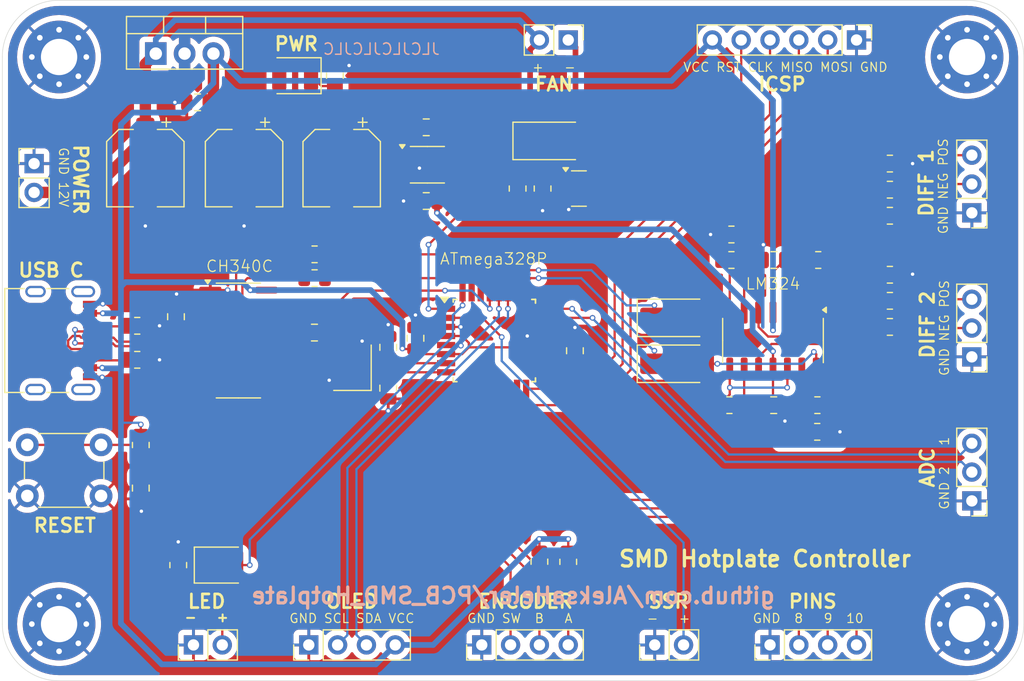
<source format=kicad_pcb>
(kicad_pcb (version 20240108) (generator "pcbnew") (generator_version "8.0")
  (layers (0 "F.Cu" signal) (31 "B.Cu" signal) (34 "B.Paste" user) (35 "F.Paste" user) (36 "B.SilkS" user "B.Silkscreen") (37 "F.SilkS" user "F.Silkscreen") (38 "B.Mask" user) (39 "F.Mask" user) (44 "Edge.Cuts" user))
  (net 0 "")
  (net 1 "GND")
  (net 2 "Net-(U2-V3)")
  (net 3 "+12V")
  (net 4 "+5V")
  (net 5 "Net-(U2-~{DTR})")
  (net 6 "RST_UC")
  (net 7 "-5V")
  (net 8 "Net-(U3-CAP+)")
  (net 9 "Net-(U3-CAP-)")
  (net 10 "XTAL1_UC")
  (net 11 "XTAL2_UC")
  (net 12 "FAN_N")
  (net 13 "Net-(D2-K)")
  (net 14 "LED_OUT")
  (net 15 "Net-(D3-K)")
  (net 16 "Net-(J2-CC1)")
  (net 17 "/USB_D-")
  (net 18 "Net-(J2-CC2)")
  (net 22 "/USB_D+")
  (net 26 "ADC_IN_01")
  (net 27 "ADC_IN_02")
  (net 28 "I2C_SDA_UC")
  (net 29 "I2C_SCL_UC")
  (net 30 "ENCODER_B")
  (net 31 "ENCODER_A")
  (net 32 "ENCODER_SW")
  (net 33 "SSR_UC")
  (net 34 "SPI_SCLK_UC")
  (net 35 "SPI_MOSI_UC")
  (net 36 "SPI_MISO_UC")
  (net 37 "DIFF_OPAMP_01-")
  (net 38 "DIFF_OPAMP_01+")
  (net 39 "DIFF_OPAMP_02+")
  (net 40 "DIFF_OPAMP_02-")
  (net 41 "PIN_09_UC")
  (net 42 "PIN_08_UC")
  (net 43 "PIN_10_UC")
  (net 44 "Net-(Q1-G)")
  (net 45 "Net-(U2-TXD)")
  (net 46 "RXD_UC")
  (net 47 "Net-(U2-RXD)")
  (net 48 "TXD_UC")
  (net 49 "FAN_OUT")
  (net 50 "Net-(U4A-+)")
  (net 51 "Net-(U4A--)")
  (net 52 "Net-(U4B-+)")
  (net 53 "Net-(U4B--)")
  (net 54 "DIFF_IN_01")
  (net 55 "Net-(U4C-+)")
  (net 56 "Net-(U4C--)")
  (net 57 "Net-(U4D-+)")
  (net 58 "Net-(U4D--)")
  (net 59 "DIFF_IN_02")
  (net 73 "Net-(D4-A)")
  (net 74 "Net-(D5-A)")
  (footprint "Package_SO:SOIC-16_3.9x9.9mm_P1.27mm" (layer "F.Cu") (at 120.8 90)
    (property "Reference" "U2" (hide yes))
    (property "Value" "CH340C" (hide yes))
  )
  (footprint "Capacitor_SMD:CP_Elec_6.3x7.7" (layer "F.Cu") (at 129.9 74.8 -90)
    (property "Reference" "C8" (hide yes))
    (property "Value" "10u" (hide yes))
  )
  (footprint "Connector_PinHeader_2.54mm:PinHeader_1x02_P2.54mm_Vertical" (layer "F.Cu") (at 149.86 63.5 -90)
    (property "Reference" "J5" (hide yes))
    (property "Value" "CONN_FAN" (hide yes))
  )
  (footprint "Capacitor_SMD:CP_Elec_6.3x7.7" (layer "F.Cu") (at 112.6 74.8 -90)
    (property "Reference" "C2" (hide yes))
    (property "Value" "10u" (hide yes))
  )
  (footprint "MountingHole:MountingHole_3.2mm_M3_Pad_Via" (layer "F.Cu") (at 105 115)
    (property "Reference" "H3" (hide yes))
    (property "Value" "MH" (hide yes))
  )
  (footprint "Capacitor_SMD:C_0805_2012Metric" (layer "F.Cu") (at 137.35 71.2 180)
    (property "Reference" "C6" (hide yes))
    (property "Value" "1u" (hide yes))
  )
  (footprint "Resistor_SMD:R_0805_2012Metric" (layer "F.Cu") (at 149.86 109.5125 -90)
    (property "Reference" "R9" (hide yes))
    (property "Value" "10k" (hide yes))
  )
  (footprint "Capacitor_SMD:C_0805_2012Metric" (layer "F.Cu") (at 112.2 103.0125 -90)
    (property "Reference" "C15" (hide yes))
    (property "Value" "100n" (hide yes))
  )
  (footprint "Connector_PinHeader_2.54mm:PinHeader_1x02_P2.54mm_Vertical" (layer "F.Cu") (at 157.48 116.84 90)
    (property "Reference" "J8" (hide yes))
    (property "Value" "CONN_SSR" (hide yes))
  )
  (footprint "Capacitor_SMD:C_0805_2012Metric" (layer "F.Cu") (at 167.9625 95.7 180)
    (property "Reference" "C14" (hide yes))
    (property "Value" "100n" (hide yes))
  )
  (footprint "Crystal:Crystal_SMD_3225-4Pin_3.2x2.5mm" (layer "F.Cu") (at 130.85 92.4 90)
    (property "Reference" "Y1" (hide yes))
    (property "Value" "16MHz" (hide yes))
  )
  (footprint "Resistor_SMD:R_0805_2012Metric" (layer "F.Cu") (at 111.8875 91.7)
    (property "Reference" "R3" (hide yes))
    (property "Value" "5k1" (hide yes))
  )
  (footprint "MountingHole:MountingHole_3.2mm_M3_Pad_Via" (layer "F.Cu") (at 185 115)
    (property "Reference" "H4" (hide yes))
    (property "Value" "MH" (hide yes))
  )
  (footprint "Package_SO:SOIC-14_3.9x8.7mm_P1.27mm" (layer "F.Cu") (at 167.9 90 -90)
    (property "Reference" "U4" (hide yes))
    (property "Value" "LM324" (hide yes))
  )
  (footprint "Resistor_SMD:R_0805_2012Metric" (layer "F.Cu") (at 178.2 76.7 180)
    (property "Reference" "R13" (hide yes))
    (property "Value" "1k" (hide yes))
  )
  (footprint "Connector_PinHeader_2.54mm:PinHeader_1x02_P2.54mm_Vertical" (layer "F.Cu") (at 102.8 74.4)
    (property "Reference" "J1" (hide yes))
    (property "Value" "CONN_POWER" (hide yes))
  )
  (footprint "Connector_PinHeader_2.54mm:PinHeader_1x04_P2.54mm_Vertical" (layer "F.Cu") (at 127 116.84 90)
    (property "Reference" "J4" (hide yes))
    (property "Value" "CONN_OLED" (hide yes))
  )
  (footprint "Resistor_SMD:R_0805_2012Metric" (layer "F.Cu") (at 178.2 84.2 180)
    (property "Reference" "R18" (hide yes))
    (property "Value" "47k" (hide yes))
  )
  (footprint "Resistor_SMD:R_0805_2012Metric" (layer "F.Cu") (at 111.8875 88.7)
    (property "Reference" "R1" (hide yes))
    (property "Value" "5k1" (hide yes))
  )
  (footprint "Resistor_SMD:R_0805_2012Metric" (layer "F.Cu") (at 178.2 79 180)
    (property "Reference" "R14" (hide yes))
    (property "Value" "1k" (hide yes))
  )
  (footprint "Capacitor_SMD:CP_Elec_6.3x7.7" (layer "F.Cu") (at 121.3 74.8 -90)
    (property "Reference" "C4" (hide yes))
    (property "Value" "10u" (hide yes))
  )
  (footprint "Resistor_SMD:R_0805_2012Metric" (layer "F.Cu") (at 112.2 99.2125 -90)
    (property "Reference" "R11" (hide yes))
    (property "Value" "10k" (hide yes))
  )
  (footprint "Connector_PinHeader_2.54mm:PinHeader_1x03_P2.54mm_Vertical" (layer "F.Cu") (at 185.42 104.14 180)
    (property "Reference" "J3" (hide yes))
    (property "Value" "CONN_ADC" (hide yes))
  )
  (footprint "Resistor_SMD:R_0805_2012Metric" (layer "F.Cu") (at 164.2375 82.9)
    (property "Reference" "R17" (hide yes))
    (property "Value" "100k" (hide yes))
  )
  (footprint "LED_SMD:LED_1210_3225Metric" (layer "F.Cu") (at 125.8 66.65 180)
    (property "Reference" "D2" (hide yes))
    (property "Value" "RED" (hide yes))
  )
  (footprint "Connector_PinHeader_2.54mm:PinHeader_1x04_P2.54mm_Vertical" (layer "F.Cu") (at 142.24 116.84 90)
    (property "Reference" "J7" (hide yes))
    (property "Value" "CONN_ENCODER" (hide yes))
  )
  (footprint "MountingHole:MountingHole_3.2mm_M3_Pad_Via" (layer "F.Cu") (at 105 65)
    (property "Reference" "H1" (hide yes))
    (property "Value" "MH" (hide yes))
  )
  (footprint "Resistor_SMD:R_0805_2012Metric" (layer "F.Cu") (at 178.2 88.8 180)
    (property "Reference" "R20" (hide yes))
    (property "Value" "1k" (hide yes))
  )
  (footprint "Package_SO:MSOP-8_3x3mm_P0.65mm" (layer "F.Cu") (at 137.45 74.5)
    (property "Reference" "U3" (hide yes))
    (property "Value" "ICL7660" (hide yes))
  )
  (footprint "Capacitor_SMD:C_0805_2012Metric" (layer "F.Cu") (at 127.5 89.3)
    (property "Reference" "C5" (hide yes))
    (property "Value" "100n" (hide yes))
  )
  (footprint "Capacitor_SMD:C_0805_2012Metric" (layer "F.Cu") (at 137.35 77.7 180)
    (property "Reference" "C7" (hide yes))
    (property "Value" "1u" (hide yes))
  )
  (footprint "Resistor_SMD:R_0805_2012Metric" (layer "F.Cu") (at 171.8 98.05 180)
    (property "Reference" "R22" (hide yes))
    (property "Value" "1k" (hide yes))
  )
  (footprint "Package_QFP:TQFP-32_7x7mm_P0.8mm" (layer "F.Cu") (at 143.35 90)
    (property "Reference" "U5" (hide yes))
    (property "Value" "ATmega328P-A" (hide yes))
  )
  (footprint "Connector_PinHeader_2.54mm:PinHeader_1x03_P2.54mm_Vertical" (layer "F.Cu") (at 185.42 91.44 180)
    (property "Reference" "J11" (hide yes))
    (property "Value" "CONN_DIFF_02" (hide yes))
  )
  (footprint "Capacitor_SMD:C_0805_2012Metric" (layer "F.Cu") (at 117.2 69 180)
    (property "Reference" "C3" (hide yes))
    (property "Value" "1u" (hide yes))
  )
  (footprint "Connector_PinHeader_2.54mm:PinHeader_1x04_P2.54mm_Vertical" (layer "F.Cu") (at 167.64 116.84 90)
    (property "Reference" "J12" (hide yes))
    (property "Value" "CONN_HEADER" (hide yes))
  )
  (footprint "Package_TO_SOT_THT:TO-220-3_Vertical" (layer "F.Cu") (at 113.52 64.7)
    (property "Reference" "U1" (hide yes))
    (property "Value" "LM7805_TO220" (hide yes))
  )
  (footprint "Diode_SMD:D_SMA" (layer "F.Cu") (at 159.45 92.05)
    (property "Reference" "D5" (hide yes))
    (property "Value" "SS14" (hide yes))
  )
  (footprint "Resistor_SMD:R_0805_2012Metric" (layer "F.Cu") (at 129.3 66.65 90)
    (property "Reference" "R5" (hide yes))
    (property "Value" "4k7" (hide yes))
  )
  (footprint "Capacitor_SMD:C_0805_2012Metric" (layer "F.Cu") (at 150.45 90.9 90)
    (property "Reference" "C11" (hide yes))
    (property "Value" "100n" (hide yes))
  )
  (footprint "Resistor_SMD:R_0805_2012Metric" (layer "F.Cu") (at 178.2 74.4 180)
    (property "Reference" "R12" (hide yes))
    (property "Value" "47k" (hide yes))
  )
  (footprint "LED_SMD:LED_1210_3225Metric" (layer "F.Cu") (at 119.2 109.8)
    (property "Reference" "D3" (hide yes))
    (property "Value" "GREEN" (hide yes))
  )
  (footprint "Resistor_SMD:R_0805_2012Metric" (layer "F.Cu") (at 127.5125 84.5)
    (property "Reference" "R4" (hide yes))
    (property "Value" "1k" (hide yes))
  )
  (footprint "Capacitor_SMD:C_0805_2012Metric" (layer "F.Cu") (at 134 94.2 90)
    (property "Reference" "C13" (hide yes))
    (property "Value" "10p" (hide yes))
  )
  (footprint "Resistor_SMD:R_0805_2012Metric" (layer "F.Cu") (at 171.8125 95.7 180)
    (property "Reference" "R23" (hide yes))
    (property "Value" "100k" (hide yes))
  )
  (footprint "Resistor_SMD:R_0805_2012Metric" (layer "F.Cu") (at 115.5 109.8 -90)
    (property "Reference" "R10" (hide yes))
    (property "Value" "4k7" (hide yes))
  )
  (footprint "Resistor_SMD:R_0805_2012Metric" (layer "F.Cu") (at 178.2 86.5 180)
    (property "Reference" "R19" (hide yes))
    (property "Value" "1k" (hide yes))
  )
  (footprint "Button_Switch_THT:SW_PUSH_6mm_H4.3mm" (layer "F.Cu") (at 102.2 99.2)
    (property "Reference" "SW1" (hide yes))
    (property "Value" "SW_Push" (hide yes))
  )
  (footprint "Capacitor_SMD:C_0805_2012Metric" (layer "F.Cu") (at 134 90.6 -90)
    (property "Reference" "C9" (hide yes))
    (property "Value" "10p" (hide yes))
  )
  (footprint "Capacitor_SMD:C_0805_2012Metric" (layer "F.Cu") (at 167.9875 82.9 180)
    (property "Reference" "C12" (hide yes))
    (property "Value" "100n" (hide yes))
  )
  (footprint "Resistor_SMD:R_0805_2012Metric" (layer "F.Cu") (at 164.0625 95.7 180)
    (property "Reference" "R21" (hide yes))
    (property "Value" "47k" (hide yes))
  )
  (footprint "MountingHole:MountingHole_3.2mm_M3_Pad_Via" (layer "F.Cu") (at 185 65)
    (property "Reference" "H2" (hide yes))
    (property "Value" "MH" (hide yes))
  )
  (footprint "Resistor_SMD:R_0805_2012Metric" (layer "F.Cu") (at 147.32 109.5 -90)
    (property "Reference" "R8" (hide yes))
    (property "Value" "10k" (hide yes))
  )
  (footprint "Diode_SMD:D_SMA" (layer "F.Cu") (at 159.45 88)
    (property "Reference" "D4" (hide yes))
    (property "Value" "SS14" (hide yes))
  )
  (footprint "Resistor_SMD:R_0805_2012Metric" (layer "F.Cu") (at 164.2375 80.65)
    (property "Reference" "R16" (hide yes))
    (property "Value" "1k" (hide yes))
  )
  (footprint "Connector_PinHeader_2.54mm:PinHeader_1x06_P2.54mm_Vertical" (layer "F.Cu") (at 175.26 63.5 -90)
    (property "Reference" "J9" (hide yes))
    (property "Value" "CONN_ICSP" (hide yes))
  )
  (footprint "Capacitor_SMD:C_0805_2012Metric" (layer "F.Cu") (at 115.3 87.9 90)
    (property "Reference" "C1" (hide yes))
    (property "Value" "100n" (hide yes))
  )
  (footprint "Package_TO_SOT_SMD:SOT-23" (layer "F.Cu") (at 150.8 76.6)
    (property "Reference" "Q1" (hide yes))
    (property "Value" "2N7002" (hide yes))
  )
  (footprint "Resistor_SMD:R_0805_2012Metric" (layer "F.Cu") (at 147.6 76.6 -90)
    (property "Reference" "R7" (hide yes))
    (property "Value" "10k" (hide yes))
  )
  (footprint "Resistor_SMD:R_0805_2012Metric" (layer "F.Cu") (at 145.4 76.6 -90)
    (property "Reference" "R6" (hide yes))
    (property "Value" "4k7" (hide yes))
  )
  (footprint "Resistor_SMD:R_0805_2012Metric" (layer "F.Cu") (at 171.8875 82.9)
    (property "Reference" "R15" (hide yes))
    (property "Value" "47k" (hide yes))
  )
  (footprint "Connector_PinHeader_2.54mm:PinHeader_1x02_P2.54mm_Vertical" (layer "F.Cu") (at 116.84 116.84 90)
    (property "Reference" "J6" (hide yes))
    (property "Value" "CONN_LED" (hide yes))
  )
  (footprint "Capacitor_SMD:C_0805_2012Metric" (layer "F.Cu") (at 136.4 89.8 90)
    (property "Reference" "C10" (hide yes))
    (property "Value" "100n" (hide yes))
  )
  (footprint "Connector_USB:USB_C_Receptacle_G-Switch_GT-USB-7010ASV" (layer "F.Cu") (at 104 90 -90)
    (property "Reference" "J2" (hide yes))
    (property "Value" "USB_C_16P" (hide yes))
  )
  (footprint "Connector_PinHeader_2.54mm:PinHeader_1x03_P2.54mm_Vertical" (layer "F.Cu") (at 185.42 78.74 180)
    (property "Reference" "J10" (hide yes))
    (property "Value" "CONN_DIFF_01" (hide yes))
  )
  (footprint "Resistor_SMD:R_0805_2012Metric" (layer "F.Cu") (at 127.5125 82.4)
    (property "Reference" "R2" (hide yes))
    (property "Value" "1k" (hide yes))
  )
  (footprint "Diode_SMD:D_SMA" (layer "F.Cu") (at 148.5 72.4)
    (property "Reference" "D1" (hide yes))
    (property "Value" "SS14" (hide yes))
  )
  (gr_line (start 185 120) (end 105 120) (stroke (width 0.05)) (layer "Edge.Cuts"))
  (gr_arc (start 105 120) (mid 101.464466 118.535534) (end 100 115) (stroke (width 0.05)) (layer "Edge.Cuts"))
  (gr_line (start 100 115) (end 100 65) (stroke (width 0.05)) (layer "Edge.Cuts"))
  (gr_arc (start 100 65) (mid 101.464466 61.464466) (end 105 60) (stroke (width 0.05)) (layer "Edge.Cuts"))
  (gr_line (start 105 60) (end 185 60) (stroke (width 0.05)) (layer "Edge.Cuts"))
  (gr_arc (start 185 60) (mid 188.535534 61.464466) (end 190 65) (stroke (width 0.05)) (layer "Edge.Cuts"))
  (gr_line (start 190 65) (end 190 115) (stroke (width 0.05)) (layer "Edge.Cuts"))
  (gr_arc (start 190 115) (mid 188.535534 118.535534) (end 185 120) (stroke (width 0.05)) (layer "Edge.Cuts"))
  (gr_text "v1.0" (at 185.05 109.45 0) (layer "F.Cu") (effects (font (size 1.5 1.5) (thickness 0.3) (bold yes))))
  (gr_text "JLCJLCJLCJLC" (at 133.4 64.3 -0) (layer "B.SilkS") (effects (font (size 1 1) (thickness 0.125)) (justify mirror)))
  (gr_text "github.com/AleksaHeler/PCB_SMD_Hotplate" (at 145 112.5 0) (layer "B.SilkS") (effects (font (size 1.4 1.4) (thickness 0.28) (bold yes)) (justify mirror)))
  (gr_text "CH340C" (at 120.9 83.45 0) (layer "F.SilkS") (effects (font (size 1 1) (thickness 0.1))))
  (gr_text "DIFF 1" (at 181.4 76.1 90) (layer "F.SilkS") (effects (font (size 1.2 1.2) (thickness 0.24) (bold yes))))
  (gr_text "-   +" (at 158.7 114.5 0) (layer "F.SilkS") (effects (font (size 0.8 0.8) (thickness 0.1))))
  (gr_text "GND 2   1" (at 183 101.7 90) (layer "F.SilkS") (effects (font (size 0.8 0.8) (thickness 0.1))))
  (gr_text "USB C" (at 104.3 83.8 0) (layer "F.SilkS") (effects (font (size 1.2 1.2) (thickness 0.24) (bold yes))))
  (gr_text "DIFF 2" (at 181.5 88.6 90) (layer "F.SilkS") (effects (font (size 1.2 1.2) (thickness 0.24) (bold yes))))
  (gr_text "LED" (at 118 113 0) (layer "F.SilkS") (effects (font (size 1.2 1.2) (thickness 0.24) (bold yes))))
  (gr_text "ATmega328P" (at 143.3 82.8 0) (layer "F.SilkS") (effects (font (size 1 1) (thickness 0.1))))
  (gr_text "RESET" (at 105.5 106.3 0) (layer "F.SilkS") (effects (font (size 1.2 1.2) (thickness 0.24) (bold yes))))
  (gr_text "GND NEG POS" (at 182.9 76.4 90) (layer "F.SilkS") (effects (font (size 0.8 0.8) (thickness 0.1))))
  (gr_text "ADC" (at 181.5 101.2 90) (layer "F.SilkS") (effects (font (size 1.2 1.2) (thickness 0.24) (bold yes))))
  (gr_text "FAN" (at 148.6 67.4 0) (layer "F.SilkS") (effects (font (size 1.2 1.2) (thickness 0.24) (bold yes))))
  (gr_text "SMD Hotplate Controller" (at 167.2 109.25 0) (layer "F.SilkS") (effects (font (size 1.4 1.4) (thickness 0.28) (bold yes))))
  (gr_text "PWR" (at 125.9 63.85 0) (layer "F.SilkS") (effects (font (size 1.2 1.2) (thickness 0.24) (bold yes))))
  (gr_text "SSR" (at 158.7 113 0) (layer "F.SilkS") (effects (font (size 1.2 1.2) (thickness 0.24) (bold yes))))
  (gr_text "VCC RST CLK MISO MOSI GND" (at 169 65.9 0) (layer "F.SilkS") (effects (font (size 0.8 0.8) (thickness 0.1))))
  (gr_text "ENCODER" (at 146.1 113 0) (layer "F.SilkS") (effects (font (size 1.2 1.2) (thickness 0.24) (bold yes))))
  (gr_text "-   +" (at 118 114.4 0) (layer "F.SilkS") (effects (font (size 0.8 0.8) (thickness 0.175) (bold yes))))
  (gr_text "+   -" (at 148.6 65.9 0) (layer "F.SilkS") (effects (font (size 0.8 0.8) (thickness 0.1))))
  (gr_text "GND SCL SDA VCC" (at 130.8 114.5 0) (layer "F.SilkS") (effects (font (size 0.8 0.8) (thickness 0.1))))
  (gr_text "PINS" (at 171.4 113 0) (layer "F.SilkS") (effects (font (size 1.2 1.2) (thickness 0.24) (bold yes))))
  (gr_text "GND  8   9  10" (at 171 114.5 0) (layer "F.SilkS") (effects (font (size 0.8 0.8) (thickness 0.1))))
  (gr_text "OLED" (at 130.8 113 0) (layer "F.SilkS") (effects (font (size 1.2 1.2) (thickness 0.24) (bold yes))))
  (gr_text "GND 12V" (at 105.4 75.6 270) (layer "F.SilkS") (effects (font (size 0.8 0.8) (thickness 0.1))))
  (gr_text "POWER" (at 106.9 75.8 270) (layer "F.SilkS") (effects (font (size 1.2 1.2) (thickness 0.24) (bold yes))))
  (gr_text "ICSP" (at 168.7 67.4 0) (layer "F.SilkS") (effects (font (size 1.2 1.2) (thickness 0.24) (bold yes))))
  (gr_text "GND NEG POS" (at 183 88.9 90) (layer "F.SilkS") (effects (font (size 0.8 0.8) (thickness 0.1))))
  (gr_text "GND SW  B   A" (at 145.6 114.5 0) (layer "F.SilkS") (effects (font (size 0.8 0.8) (thickness 0.1))))
  (gr_text "LM324" (at 167.9 85 0) (layer "F.SilkS") (effects (font (size 1 1) (thickness 0.1))))
  (segment (start 131.7 91.3) (end 131.7 90.05) (width 0.2) (layer "F.Cu") (net 1))
  (segment (start 136.4 88.85) (end 136.4 87.75) (width 0.2) (layer "F.Cu") (net 1))
  (segment (start 147.6 89.6) (end 146.25 89.6) (width 0.2) (layer "F.Cu") (net 1))
  (segment (start 130.5375 65.7375) (end 130.55 65.75) (width 0.2) (layer "F.Cu") (net 1))
  (segment (start 179.1125 74.4) (end 180.2 74.4) (width 0.2) (layer "F.Cu") (net 1))
  (segment (start 139.1 88.8) (end 140.4 88.8) (width 0.2) (layer "F.Cu") (net 1))
  (segment (start 168.9125 97.0625) (end 168.9125 95.7) (width 0.2) (layer "F.Cu") (net 1))
  (segment (start 136.725 74.825) (end 136.75 74.8) (width 0.5) (layer "F.Cu") (net 1))
  (segment (start 135.3375 74.825) (end 136.725 74.825) (width 0.5) (layer "F.Cu") (net 1))
  (segment (start 147.6 77.5125) (end 147.6 78.55) (width 0.5) (layer "F.Cu") (net 1))
  (segment (start 140.35 90.4) (end 140.4 90.45) (width 0.2) (layer "F.Cu") (net 1))
  (segment (start 139.1 90.4) (end 140.35 90.4) (width 0.2) (layer "F.Cu") (net 1))
  (segment (start 167.0375 81.5625) (end 167.05 81.55) (width 0.2) (layer "F.Cu") (net 1))
  (segment (start 108.75 93.2) (end 108.8 93.25) (width 0.2) (layer "F.Cu") (net 1))
  (segment (start 112.6 77.5) (end 112.6 79.9) (width 0.5) (layer "F.Cu") (net 1))
  (segment (start 163.325 80.65) (end 162.4 80.65) (width 0.2) (layer "F.Cu") (net 1))
  (segment (start 134 89.65) (end 134 88.6) (width 0.2) (layer "F.Cu") (net 1))
  (segment (start 115.5 108.8875) (end 115.5 107.75) (width 0.2) (layer "F.Cu") (net 1))
  (segment (start 167.0375 82.9) (end 167.0375 81.5625) (width 0.2) (layer "F.Cu") (net 1))
  (segment (start 107.725 86.8) (end 108.8 86.8) (width 0.2) (layer "F.Cu") (net 1))
  (segment (start 129.3 65.7375) (end 130.5375 65.7375) (width 0.2) (layer "F.Cu") (net 1))
  (segment (start 107.725 93.2) (end 108.75 93.2) (width 0.2) (layer "F.Cu") (net 1))
  (segment (start 116.25 69) (end 115.2 69) (width 0.2) (layer "F.Cu") (net 1))
  (segment (start 149.8625 78.4125) (end 149.9 78.45) (width 0.5) (layer "F.Cu") (net 1))
  (segment (start 119.85 85.555) (end 118.325 85.555) (width 0.2) (layer "F.Cu") (net 1))
  (segment (start 121.3 77.5) (end 121.3 79.9) (width 0.5) (layer "F.Cu") (net 1))
  (segment (start 134 95.15) (end 134 96.2) (width 0.2) (layer "F.Cu") (net 1))
  (segment (start 150.45 89.95) (end 150.45 88.85) (width 0.2) (layer "F.Cu") (net 1))
  (segment (start 108.8 86.8) (end 108.85 86.75) (width 0.2) (layer "F.Cu") (net 1))
  (segment (start 112.8 91.7) (end 113.85 91.7) (width 0.2) (layer "F.Cu") (net 1))
  (segment (start 168.95 97.1) (end 168.9125 97.0625) (width 0.2) (layer "F.Cu") (net 1))
  (segment (start 179.1125 84.2) (end 180.15 84.2) (width 0.2) (layer "F.Cu") (net 1))
  (segment (start 172.7125 98.05) (end 173.8 98.05) (width 0.2) (layer "F.Cu") (net 1))
  (segment (start 180.15 84.2) (end 180.2 84.15) (width 0.2) (layer "F.Cu") (net 1))
  (segment (start 130 93.5) (end 128.8 93.5) (width 0.2) (layer "F.Cu") (net 1))
  (segment (start 115.3 86.95) (end 115.3 85.95) (width 0.2) (layer "F.Cu") (net 1))
  (segment (start 149.8625 77.55) (end 149.8625 78.4125) (width 0.5) (layer "F.Cu") (net 1))
  (segment (start 112.2 105) (end 112.25 105.05) (width 0.2) (layer "F.Cu") (net 1))
  (segment (start 115.3 85.95) (end 115.35 85.9) (width 0.2) (layer "F.Cu") (net 1))
  (segment (start 112.8 88.7) (end 113.85 88.7) (width 0.2) (layer "F.Cu") (net 1))
  (segment (start 112.2 103.9625) (end 112.2 105) (width 0.2) (layer "F.Cu") (net 1))
  (segment (start 139.05 88.85) (end 139.1 88.8) (width 0.2) (layer "F.Cu") (net 1))
  (segment (start 136.4 77.7) (end 135.35 77.7) (width 0.5) (layer "F.Cu") (net 1))
  (via (at 180.2 74.4) (size 0.5) (drill 0.3) (layers "F.Cu" "B.Cu") (net 1))
  (via (at 115.35 85.9) (size 0.5) (drill 0.3) (layers "F.Cu" "B.Cu") (net 1))
  (via (at 115.5 107.75) (size 0.5) (drill 0.3) (layers "F.Cu" "B.Cu") (net 1))
  (via (at 149.9 78.45) (size 0.5) (drill 0.3) (layers "F.Cu" "B.Cu") (net 1))
  (via (at 131.7 90.05) (size 0.5) (drill 0.3) (layers "F.Cu" "B.Cu") (net 1))
  (via (at 113.85 91.7) (size 0.5) (drill 0.3) (layers "F.Cu" "B.Cu") (net 1))
  (via (at 146.25 89.6) (size 0.5) (drill 0.3) (layers "F.Cu" "B.Cu") (net 1))
  (via (at 140.4 88.8) (size 0.5) (drill 0.3) (layers "F.Cu" "B.Cu") (net 1))
  (via (at 112.25 105.05) (size 0.5) (drill 0.3) (layers "F.Cu" "B.Cu") (net 1))
  (via (at 112.6 79.9) (size 0.5) (drill 0.3) (layers "F.Cu" "B.Cu") (net 1))
  (via (at 108.8 93.25) (size 0.5) (drill 0.3) (layers "F.Cu" "B.Cu") (net 1))
  (via (at 180.2 84.15) (size 0.5) (drill 0.3) (layers "F.Cu" "B.Cu") (net 1))
  (via (at 134 96.2) (size 0.5) (drill 0.3) (layers "F.Cu" "B.Cu") (net 1))
  (via (at 140.4 90.45) (size 0.5) (drill 0.3) (layers "F.Cu" "B.Cu") (net 1))
  (via (at 135.35 77.7) (size 0.5) (drill 0.3) (layers "F.Cu" "B.Cu") (net 1))
  (via (at 167.05 81.55) (size 0.5) (drill 0.3) (layers "F.Cu" "B.Cu") (net 1))
  (via (at 136.4 87.75) (size 0.5) (drill 0.3) (layers "F.Cu" "B.Cu") (net 1))
  (via (at 108.85 86.75) (size 0.5) (drill 0.3) (layers "F.Cu" "B.Cu") (net 1))
  (via (at 162.4 80.65) (size 0.5) (drill 0.3) (layers "F.Cu" "B.Cu") (net 1))
  (via (at 136.75 74.8) (size 0.5) (drill 0.3) (layers "F.Cu" "B.Cu") (net 1))
  (via (at 150.45 88.85) (size 0.5) (drill 0.3) (layers "F.Cu" "B.Cu") (net 1))
  (via (at 147.6 78.55) (size 0.5) (drill 0.3) (layers "F.Cu" "B.Cu") (net 1))
  (via (at 128.8 93.5) (size 0.5) (drill 0.3) (layers "F.Cu" "B.Cu") (net 1))
  (via (at 119.85 85.555) (size 0.5) (drill 0.3) (layers "F.Cu" "B.Cu") (net 1))
  (via (at 168.95 97.1) (size 0.5) (drill 0.3) (layers "F.Cu" "B.Cu") (net 1))
  (via (at 121.3 79.9) (size 0.5) (drill 0.3) (layers "F.Cu" "B.Cu") (net 1))
  (via (at 134 88.6) (size 0.5) (drill 0.3) (layers "F.Cu" "B.Cu") (net 1))
  (via (at 130.55 65.75) (size 0.5) (drill 0.3) (layers "F.Cu" "B.Cu") (net 1))
  (via (at 113.85 88.7) (size 0.5) (drill 0.3) (layers "F.Cu" "B.Cu") (net 1))
  (via (at 173.8 98.05) (size 0.5) (drill 0.3) (layers "F.Cu" "B.Cu") (net 1))
  (via (at 115.2 69) (size 0.5) (drill 0.3) (layers "F.Cu" "B.Cu") (net 1))
  (segment (start 118.325 89.365) (end 115.815 89.365) (width 0.2) (layer "F.Cu") (net 2))
  (segment (start 115.815 89.365) (end 115.3 88.85) (width 0.2) (layer "F.Cu") (net 2))
  (segment (start 102.8 76.94) (end 107.76 76.94) (width 1) (layer "F.Cu") (net 3))
  (segment (start 147.32 63.5) (end 147.32 63.53) (width 0.5) (layer "F.Cu") (net 3))
  (segment (start 147.32 63.53) (end 146.5 64.35) (width 0.5) (layer "F.Cu") (net 3))
  (segment (start 112.6 72.1) (end 112.6 65.62) (width 1) (layer "F.Cu") (net 3))
  (segment (start 146.5 64.35) (end 146.5 72.4) (width 0.5) (layer "F.Cu") (net 3))
  (segment (start 112.6 65.62) (end 113.52 64.7) (width 1) (layer "F.Cu") (net 3))
  (segment (start 107.76 76.94) (end 112.6 72.1) (width 1) (layer "F.Cu") (net 3))
  (segment (start 147.32 63.5) (end 145.57 61.75) (width 0.5) (layer "B.Cu") (net 3))
  (segment (start 113.52 63.43) (end 113.52 64.7) (width 0.5) (layer "B.Cu") (net 3))
  (segment (start 115.2 61.75) (end 113.52 63.43) (width 0.5) (layer "B.Cu") (net 3))
  (segment (start 145.57 61.75) (end 115.2 61.75) (width 0.5) (layer "B.Cu") (net 3))
  (segment (start 147.6 90.4) (end 146.725 90.4) (width 0.2) (layer "F.Cu") (net 4))
  (segment (start 139.5625 72.4625) (end 139.5625 73.275) (width 0.5) (layer "F.Cu") (net 4))
  (segment (start 112.2 98.3) (end 112.2 97.4) (width 0.2) (layer "F.Cu") (net 4))
  (segment (start 124.4 66.65) (end 124.4 68.9) (width 0.2) (layer "F.Cu") (net 4))
  (segment (start 149.86 107.5) (end 149.86 108.6) (width 0.2) (layer "F.Cu") (net 4))
  (segment (start 145.975 90.6) (end 143.45 90.6) (width 0.2) (layer "F.Cu") (net 4))
  (segment (start 140.5 91.2) (end 139.1 91.2) (width 0.2) (layer "F.Cu") (net 4))
  (segment (start 126.25 68.95) (end 136.775 68.95) (width 0.5) (layer "F.Cu") (net 4))
  (segment (start 124.45 68.95) (end 126.25 68.95) (width 0.5) (layer "F.Cu") (net 4))
  (segment (start 107.725 87.6) (end 108.85 87.6) (width 0.2) (layer "F.Cu") (net 4))
  (segment (start 136.85 91.2) (end 136.4 90.75) (width 0.2) (layer "F.Cu") (net 4))
  (segment (start 135.3 90.75) (end 135.25 90.7) (width 0.2) (layer "F.Cu") (net 4))
  (segment (start 121.85 85.555) (end 123.275 85.555) (width 0.2) (layer "F.Cu") (net 4))
  (segment (start 121.3 72.1) (end 121.25 72.1) (width 1) (layer "F.Cu") (net 4))
  (segment (start 118.6 68.55) (end 118.15 69) (width 1) (layer "F.Cu") (net 4))
  (segment (start 146.725 90.4) (end 146.25 90.875) (width 0.2) (layer "F.Cu") (net 4))
  (segment (start 124.4 68.9) (end 124.45 68.95) (width 0.2) (layer "F.Cu") (net 4))
  (segment (start 146.6 92) (end 147.6 92) (width 0.2) (layer "F.Cu") (net 4))
  (segment (start 143.45 90.6) (end 141.1 90.6) (width 0.2) (layer "F.Cu") (net 4))
  (segment (start 167.9 87.525) (end 167.9 83.9375) (width 0.2) (layer "F.Cu") (net 4))
  (segment (start 141.1 90.6) (end 140.5 91.2) (width 0.2) (layer "F.Cu") (net 4))
  (segment (start 150.3 92) (end 150.45 91.85) (width 0.2) (layer "F.Cu") (net 4))
  (segment (start 147.6 92) (end 150.3 92) (width 0.2) (layer "F.Cu") (net 4))
  (segment (start 167.9 87.525) (end 167.9 89.1) (width 0.2) (layer "F.Cu") (net 4))
  (segment (start 138.3 70.475) (end 138.3 71.2) (width 0.5) (layer "F.Cu") (net 4))
  (segment (start 146.25 90.875) (end 146.25 91.65) (width 0.2) (layer "F.Cu") (net 4))
  (segment (start 139.1 91.2) (end 136.85 91.2) (width 0.2) (layer "F.Cu") (net 4))
  (segment (start 139.1 89.6) (end 140.5 89.6) (width 0.2) (layer "F.Cu") (net 4))
  (segment (start 146.25 90.875) (end 145.975 90.6) (width 0.2) (layer "F.Cu") (net 4))
  (segment (start 141.1 90.2) (end 141.1 90.6) (width 0.2) (layer "F.Cu") (net 4))
  (segment (start 140.5 89.6) (end 141.1 90.2) (width 0.2) (layer "F.Cu") (net 4))
  (segment (start 167.9 83.9375) (end 168.9375 82.9) (width 0.2) (layer "F.Cu") (net 4))
  (segment (start 136.4 90.75) (end 135.3 90.75) (width 0.2) (layer "F.Cu") (net 4))
  (segment (start 138.3 71.2) (end 139.5625 72.4625) (width 0.5) (layer "F.Cu") (net 4))
  (segment (start 118.6 64.7) (end 118.6 68.55) (width 1) (layer "F.Cu") (net 4))
  (segment (start 146.25 91.65) (end 146.6 92) (width 0.2) (layer "F.Cu") (net 4))
  (segment (start 121.3 72.1) (end 124.45 68.95) (width 0.5) (layer "F.Cu") (net 4))
  (segment (start 136.775 68.95) (end 138.3 70.475) (width 0.5) (layer "F.Cu") (net 4))
  (segment (start 147.3 107.5) (end 147.32 107.52) (width 0.2) (layer "F.Cu") (net 4))
  (segment (start 121.25 72.1) (end 118.15 69) (width 1) (layer "F.Cu") (net 4))
  (segment (start 147.32 107.52) (end 147.32 108.5875) (width 0.2) (layer "F.Cu") (net 4))
  (segment (start 107.725 92.4) (end 108.8 92.4) (width 0.2) (layer "F.Cu") (net 4))
  (via (at 149.86 107.5) (size 0.5) (drill 0.3) (layers "F.Cu" "B.Cu") (net 4))
  (via (at 108.85 87.6) (size 0.5) (drill 0.3) (layers "F.Cu" "B.Cu") (net 4))
  (via (at 108.8 92.4) (size 0.5) (drill 0.3) (layers "F.Cu" "B.Cu") (net 4))
  (via (at 121.85 85.555) (size 0.5) (drill 0.3) (layers "F.Cu" "B.Cu") (net 4))
  (via (at 147.3 107.5) (size 0.5) (drill 0.3) (layers "F.Cu" "B.Cu") (net 4))
  (via (at 112.2 97.4) (size 0.5) (drill 0.3) (layers "F.Cu" "B.Cu") (net 4))
  (via (at 167.9 89.1) (size 0.5) (drill 0.3) (layers "F.Cu" "B.Cu") (net 4))
  (via (at 135.25 90.7) (size 0.5) (drill 0.3) (layers "F.Cu" "B.Cu") (net 4))
  (segment (start 110.845 84.855) (end 121.15 84.855) (width 0.5) (layer "B.Cu") (net 4))
  (segment (start 110.45 97.25) (end 110.45 92.45) (width 0.5) (layer "B.Cu") (net 4))
  (segment (start 134.62 116.84) (end 132.91 118.55) (width 0.5) (layer "B.Cu") (net 4))
  (segment (start 110.45 87.6) (end 110.45 85.25) (width 0.5) (layer "B.Cu") (net 4))
  (segment (start 110.45 85.25) (end 110.45 70.95) (width 0.5) (layer "B.Cu") (net 4))
  (segment (start 110.45 85.25) (end 110.845 84.855) (width 0.5) (layer "B.Cu") (net 4))
  (segment (start 114.05 118.55) (end 110.45 114.95) (width 0.5) (layer "B.Cu") (net 4))
  (segment (start 112.2 97.4) (end 112.05 97.25) (width 0.2) (layer "B.Cu") (net 4))
  (segment (start 110.45 114.95) (end 110.45 97.25) (width 0.5) (layer "B.Cu") (net 4))
  (segment (start 108.85 92.45) (end 110.45 92.45) (width 0.5) (layer "B.Cu") (net 4))
  (segment (start 121.15 84.855) (end 121.85 85.555) (width 0.5) (layer "B.Cu") (net 4))
  (segment (start 110.45 92.45) (end 110.45 87.6) (width 0.5) (layer "B.Cu") (net 4))
  (segment (start 162.56 63.5) (end 158.96 67.1) (width 0.5) (layer "B.Cu") (net 4))
  (segment (start 147.3 107.5) (end 149.86 107.5) (width 0.5) (layer "B.Cu") (net 4))
  (segment (start 167.9 89.1) (end 167.9 68.84) (width 0.5) (layer "B.Cu") (net 4))
  (segment (start 158.96 67.1) (end 121 67.1) (width 0.5) (layer "B.Cu") (net 4))
  (segment (start 108.85 87.6) (end 110.45 87.6) (width 0.5) (layer "B.Cu") (net 4))
  (segment (start 112.05 97.25) (end 110.45 97.25) (width 0.2) (layer "B.Cu") (net 4))
  (segment (start 121 67.1) (end 118.6 64.7) (width 0.5) (layer "B.Cu") (net 4))
  (segment (start 121.85 85.555) (end 132.455 85.555) (width 0.5) (layer "B.Cu") (net 4))
  (segment (start 135.25 88.35) (end 135.25 90.7) (width 0.5) (layer "B.Cu") (net 4))
  (segment (start 134.62 116.84) (end 137.96 116.84) (width 0.5) (layer "B.Cu") (net 4))
  (segment (start 132.455 85.555) (end 135.25 88.35) (width 0.5) (layer "B.Cu") (net 4))
  (segment (start 167.9 68.84) (end 162.56 63.5) (width 0.5) (layer "B.Cu") (net 4))
  (segment (start 116 69.9) (end 118.6 67.3) (width 0.5) (layer "B.Cu") (net 4))
  (segment (start 108.8 92.4) (end 108.85 92.45) (width 0.5) (layer "B.Cu") (net 4))
  (segment (start 110.45 70.95) (end 111.5 69.9) (width 0.5) (layer "B.Cu") (net 4))
  (segment (start 132.91 118.55) (end 114.05 118.55) (width 0.5) (layer "B.Cu") (net 4))
  (segment (start 111.5 69.9) (end 116 69.9) (width 0.5) (layer "B.Cu") (net 4))
  (segment (start 118.6 67.3) (end 118.6 64.7) (width 0.5) (layer "B.Cu") (net 4))
  (segment (start 137.96 116.84) (end 147.3 107.5) (width 0.5) (layer "B.Cu") (net 4))
  (segment (start 126.485 89.365) (end 126.55 89.3) (width 0.2) (layer "F.Cu") (net 5))
  (segment (start 123.275 89.365) (end 126.485 89.365) (width 0.2) (layer "F.Cu") (net 5))
  (segment (start 108.7 99.2) (end 111.275 99.2) (width 0.2) (layer "F.Cu") (net 6))
  (segment (start 139 85.6) (end 139.05 85.6) (width 0.2) (layer "F.Cu") (net 6))
  (segment (start 108.7 99.2) (end 102.2 99.2) (width 0.2) (layer "F.Cu") (net 6))
  (segment (start 142.95 85.75) (end 142.95 87.2) (width 0.2) (layer "F.Cu") (net 6))
  (segment (start 119.225 100.125) (end 128.45 90.9) (width 0.2) (layer "F.Cu") (net 6))
  (segment (start 165.1 63.5) (end 165.1 70.9) (width 0.2) (layer "F.Cu") (net 6))
  (segment (start 111.275 99.2) (end 112.2 100.125) (width 0.2) (layer "F.Cu") (net 6))
  (segment (start 128.45 90.9) (end 128.45 89.3) (width 0.2) (layer "F.Cu") (net 6))
  (segment (start 112.2 100.125) (end 119.225 100.125) (width 0.2) (layer "F.Cu") (net 6))
  (segment (start 144.9 82.15) (end 142.95 84.1) (width 0.2) (layer "F.Cu") (net 6))
  (segment (start 153.85 82.15) (end 144.9 82.15) (width 0.2) (layer "F.Cu") (net 6))
  (segment (start 165.1 70.9) (end 153.85 82.15) (width 0.2) (layer "F.Cu") (net 6))
  (segment (start 142.95 84.1) (end 142.95 85.75) (width 0.2) (layer "F.Cu") (net 6))
  (segment (start 130.65 85.6) (end 139 85.6) (width 0.2) (layer "F.Cu") (net 6))
  (segment (start 128.45 87.8) (end 130.65 85.6) (width 0.2) (layer "F.Cu") (net 6))
  (segment (start 112.2 102.0625) (end 112.2 100.125) (width 0.2) (layer "F.Cu") (net 6))
  (segment (start 128.45 89.3) (end 128.45 87.8) (width 0.2) (layer "F.Cu") (net 6))
  (via (at 139 85.6) (size 0.5) (drill 0.3) (layers "F.Cu" "B.Cu") (net 6))
  (via (at 142.95 87.2) (size 0.5) (drill 0.3) (layers "F.Cu" "B.Cu") (net 6))
  (segment (start 139 85.6) (end 141.35 85.6) (width 0.2) (layer "B.Cu") (net 6))
  (segment (start 141.35 85.6) (end 142.95 87.2) (width 0.2) (layer "B.Cu") (net 6))
  (segment (start 139.5625 76.4375) (end 138.3 77.7) (width 0.5) (layer "F.Cu") (net 7))
  (segment (start 138.3 77.7) (end 138.3 78.75) (width 0.5) (layer "F.Cu") (net 7))
  (segment (start 167.9 92.475) (end 167.9 90.95) (width 0.2) (layer "F.Cu") (net 7))
  (segment (start 139.5625 75.475) (end 139.5625 76.4375) (width 0.5) (layer "F.Cu") (net 7))
  (segment (start 167.9 92.475) (end 167.9 94.8125) (width 0.2) (layer "F.Cu") (net 7))
  (segment (start 167.9 94.8125) (end 167.0125 95.7) (width 0.2) (layer "F.Cu") (net 7))
  (via (at 167.9 90.95) (size 0.5) (drill 0.3) (layers "F.Cu" "B.Cu") (net 7))
  (via (at 138.3 78.75) (size 0.5) (drill 0.3) (layers "F.Cu" "B.Cu") (net 7))
  (segment (start 166.1 89.15) (end 167.9 90.95) (width 0.5) (layer "B.Cu") (net 7))
  (segment (start 138.3 78.75) (end 139.75 80.2) (width 0.5) (layer "B.Cu") (net 7))
  (segment (start 166.1 87.3) (end 166.1 89.15) (width 0.5) (layer "B.Cu") (net 7))
  (segment (start 159 80.2) (end 166.1 87.3) (width 0.5) (layer "B.Cu") (net 7))
  (segment (start 139.75 80.2) (end 159 80.2) (width 0.5) (layer "B.Cu") (net 7))
  (segment (start 131.975 74.175) (end 129.9 72.1) (width 0.4) (layer "F.Cu") (net 8))
  (segment (start 135.3375 74.175) (end 131.975 74.175) (width 0.4) (layer "F.Cu") (net 8))
  (segment (start 135.3375 75.475) (end 131.925 75.475) (width 0.4) (layer "F.Cu") (net 9))
  (segment (start 131.925 75.475) (end 129.9 77.5) (width 0.4) (layer "F.Cu") (net 9))
  (segment (start 130 91.4) (end 130.9 92.3) (width 0.2) (layer "F.Cu") (net 10))
  (segment (start 139.1 92) (end 134.45 92) (width 0.2) (layer "F.Cu") (net 10))
  (segment (start 130.9 92.3) (end 133.25 92.3) (width 0.2) (layer "F.Cu") (net 10))
  (segment (start 134.45 92) (end 134 91.55) (width 0.2) (layer "F.Cu") (net 10))
  (segment (start 133.25 92.3) (end 134 91.55) (width 0.2) (layer "F.Cu") (net 10))
  (segment (start 130 91.3) (end 130 91.4) (width 0.2) (layer "F.Cu") (net 10))
  (segment (start 131.95 93.25) (end 131.7 93.5) (width 0.2) (layer "F.Cu") (net 11))
  (segment (start 134.45 92.8) (end 134 93.25) (width 0.2) (layer "F.Cu") (net 11))
  (segment (start 138.3 92.8) (end 134.45 92.8) (width 0.2) (layer "F.Cu") (net 11))
  (segment (start 134 93.25) (end 131.95 93.25) (width 0.2) (layer "F.Cu") (net 11))
  (segment (start 150.5 64.14) (end 149.86 63.5) (width 0.5) (layer "F.Cu") (net 12))
  (segment (start 151.7375 73.6375) (end 151.7375 76.6) (width 0.5) (layer "F.Cu") (net 12))
  (segment (start 150.5 72.4) (end 150.5 64.14) (width 0.5) (layer "F.Cu") (net 12))
  (segment (start 150.5 72.4) (end 151.7375 73.6375) (width 0.5) (layer "F.Cu") (net 12))
  (segment (start 129.3 67.5625) (end 128.1125 67.5625) (width 0.2) (layer "F.Cu") (net 13))
  (segment (start 128.1125 67.5625) (end 127.2 66.65) (width 0.2) (layer "F.Cu") (net 13))
  (segment (start 119.38 116.84) (end 119.38 111.02) (width 0.2) (layer "F.Cu") (net 14))
  (segment (start 119.38 111.02) (end 120.6 109.8) (width 0.2) (layer "F.Cu") (net 14))
  (segment (start 120.6 109.8) (end 121.8 109.8) (width 0.2) (layer "F.Cu") (net 14))
  (segment (start 140.55 86.9) (end 140.55 85.75) (width 0.2) (layer "F.Cu") (net 14))
  (via (at 121.8 109.8) (size 0.5) (drill 0.3) (layers "F.Cu" "B.Cu") (net 14))
  (via (at 140.55 86.9) (size 0.5) (drill 0.3) (layers "F.Cu" "B.Cu") (net 14))
  (segment (start 121.8 109.8) (end 121.8 107.55) (width 0.2) (layer "B.Cu") (net 14))
  (segment (start 139.7 89.65) (end 139.7 87.75) (width 0.2) (layer "B.Cu") (net 14))
  (segment (start 139.7 87.75) (end 140.55 86.9) (width 0.2) (layer "B.Cu") (net 14))
  (segment (start 121.8 107.55) (end 139.7 89.65) (width 0.2) (layer "B.Cu") (net 14))
  (segment (start 115.5 110.7125) (end 116.8875 110.7125) (width 0.2) (layer "F.Cu") (net 15))
  (segment (start 116.8875 110.7125) (end 117.8 109.8) (width 0.2) (layer "F.Cu") (net 15))
  (segment (start 107.725 88.75) (end 110.925 88.75) (width 0.2) (layer "F.Cu") (net 16))
  (segment (start 110.925 88.75) (end 110.975 88.7) (width 0.2) (layer "F.Cu") (net 16))
  (segment (start 106.406003 89.05) (end 106.556003 89.2) (width 0.2) (layer "F.Cu") (net 17))
  (segment (start 114.035 91.035) (end 115.992499 91.035) (width 0.2) (layer "F.Cu") (net 17))
  (segment (start 106.556003 89.2) (end 107.675 89.2) (width 0.2) (layer "F.Cu") (net 17))
  (segment (start 106.451409 90.25) (end 106.401409 90.2) (width 0.2) (layer "F.Cu") (net 17))
  (segment (start 107.725 90.25) (end 109.7318 90.25) (width 0.2) (layer "F.Cu") (net 17))
  (segment (start 113.5 90.5) (end 114.035 91.035) (width 0.2) (layer "F.Cu") (net 17))
  (segment (start 115.992499 91.035) (end 116.862499 91.905) (width 0.2) (layer "F.Cu") (net 17))
  (segment (start 107.675 89.2) (end 107.725 89.25) (width 0.2) (layer "F.Cu") (net 17))
  (segment (start 109.7318 90.25) (end 109.9818 90.5) (width 0.2) (layer "F.Cu") (net 17))
  (segment (start 116.862499 91.905) (end 118.325 91.905) (width 0.2) (layer "F.Cu") (net 17))
  (segment (start 109.9818 90.5) (end 113.5 90.5) (width 0.2) (layer "F.Cu") (net 17))
  (segment (start 107.725 90.25) (end 106.451409 90.25) (width 0.2) (layer "F.Cu") (net 17))
  (via (at 106.406003 89.05) (size 0.5) (drill 0.3) (layers "F.Cu" "B.Cu") (net 17))
  (via (at 106.401409 90.2) (size 0.5) (drill 0.3) (layers "F.Cu" "B.Cu") (net 17))
  (segment (start 106.401409 89.054594) (end 106.401409 90.2) (width 0.2) (layer "B.Cu") (net 17))
  (segment (start 106.406003 89.05) (end 106.401409 89.054594) (width 0.2) (layer "B.Cu") (net 17))
  (segment (start 107.725 91.75) (end 110.925 91.75) (width 0.2) (layer "F.Cu") (net 18))
  (segment (start 110.925 91.75) (end 110.975 91.7) (width 0.2) (layer "F.Cu") (net 18))
  (segment (start 114.335 90.635) (end 113.8 90.1) (width 0.2) (layer "F.Cu") (net 22))
  (segment (start 109.797486 89.75) (end 107.725 89.75) (width 0.2) (layer "F.Cu") (net 22))
  (segment (start 106.075 90.75) (end 105.8 90.475) (width 0.2) (layer "F.Cu") (net 22))
  (segment (start 106.955 89.75) (end 107.725 89.75) (width 0.2) (layer "F.Cu") (net 22))
  (segment (start 106.2 89.6) (end 106.805 89.6) (width 0.2) (layer "F.Cu") (net 22))
  (segment (start 118.325 90.635) (end 114.335 90.635) (width 0.2) (layer "F.Cu") (net 22))
  (segment (start 105.8 90.475) (end 105.8 90) (width 0.2) (layer "F.Cu") (net 22))
  (segment (start 105.8 90) (end 106.2 89.6) (width 0.2) (layer "F.Cu") (net 22))
  (segment (start 107.725 90.75) (end 106.075 90.75) (width 0.2) (layer "F.Cu") (net 22))
  (segment (start 110.147486 90.1) (end 109.797486 89.75) (width 0.2) (layer "F.Cu") (net 22))
  (segment (start 113.8 90.1) (end 110.147486 90.1) (width 0.2) (layer "F.Cu") (net 22))
  (segment (start 106.805 89.6) (end 106.955 89.75) (width 0.2) (layer "F.Cu") (net 22))
  (segment (start 152 88) (end 147.6 88) (width 0.2) (layer "F.Cu") (net 26))
  (via (at 152 88) (size 0.5) (drill 0.3) (layers "F.Cu" "B.Cu") (net 26))
  (segment (start 184.43 100.05) (end 185.42 99.06) (width 0.2) (layer "B.Cu") (net 26))
  (segment (start 152 88.05) (end 164 100.05) (width 0.2) (layer "B.Cu") (net 26))
  (segment (start 164 100.05) (end 184.43 100.05) (width 0.2) (layer "B.Cu") (net 26))
  (segment (start 152 88) (end 152 88.05) (width 0.2) (layer "B.Cu") (net 26))
  (segment (start 150.2 87.2) (end 147.6 87.2) (width 0.2) (layer "F.Cu") (net 27))
  (via (at 150.2 87.2) (size 0.5) (drill 0.3) (layers "F.Cu" "B.Cu") (net 27))
  (segment (start 150.2 87.2) (end 163.7 100.7) (width 0.2) (layer "B.Cu") (net 27))
  (segment (start 163.7 100.7) (end 184.52 100.7) (width 0.2) (layer "B.Cu") (net 27))
  (segment (start 184.52 100.7) (end 185.42 101.6) (width 0.2) (layer "B.Cu") (net 27))
  (segment (start 144.55 85.75) (end 144.55 87.2) (width 0.2) (layer "F.Cu") (net 28))
  (via (at 144.55 87.2) (size 0.5) (drill 0.3) (layers "F.Cu" "B.Cu") (net 28))
  (segment (start 131.2 101.35) (end 144.55 88) (width 0.2) (layer "B.Cu") (net 28))
  (segment (start 131.2 115.96) (end 131.2 101.35) (width 0.2) (layer "B.Cu") (net 28))
  (segment (start 132.08 116.84) (end 131.2 115.96) (width 0.2) (layer "B.Cu") (net 28))
  (segment (start 144.55 88) (end 144.55 87.2) (width 0.2) (layer "B.Cu") (net 28))
  (segment (start 143.75 85.75) (end 143.75 87.2) (width 0.2) (layer "F.Cu") (net 29))
  (via (at 143.75 87.2) (size 0.5) (drill 0.3) (layers "F.Cu" "B.Cu") (net 29))
  (segment (start 130.4 115.98) (end 129.54 116.84) (width 0.2) (layer "B.Cu") (net 29))
  (segment (start 130.4 101.227818) (end 130.4 115.98) (width 0.2) (layer "B.Cu") (net 29))
  (segment (start 143.75 87.877818) (end 130.4 101.227818) (width 0.2) (layer "B.Cu") (net 29))
  (segment (start 143.75 87.2) (end 143.75 87.877818) (width 0.2) (layer "B.Cu") (net 29))
  (segment (start 141.35 105.35) (end 146.4125 110.4125) (width 0.2) (layer "F.Cu") (net 30))
  (segment (start 141.35 94.25) (end 141.35 105.35) (width 0.2) (layer "F.Cu") (net 30))
  (segment (start 146.4125 110.4125) (end 147.32 110.4125) (width 0.2) (layer "F.Cu") (net 30))
  (segment (start 147.32 110.4125) (end 147.32 116.84) (width 0.2) (layer "F.Cu") (net 30))
  (segment (start 146.835256 109.6) (end 149.035 109.6) (width 0.2) (layer "F.Cu") (net 31))
  (segment (start 142.15 94.25) (end 142.15 104.914744) (width 0.2) (layer "F.Cu") (net 31))
  (segment (start 149.035 109.6) (end 149.86 110.425) (width 0.2) (layer "F.Cu") (net 31))
  (segment (start 142.15 104.914744) (end 146.835256 109.6) (width 0.2) (layer "F.Cu") (net 31))
  (segment (start 149.86 110.425) (end 149.86 116.84) (width 0.2) (layer "F.Cu") (net 31))
  (segment (start 140.55 94.25) (end 140.55 105.75) (width 0.2) (layer "F.Cu") (net 32))
  (segment (start 140.55 105.75) (end 144.78 109.98) (width 0.2) (layer "F.Cu") (net 32))
  (segment (start 144.78 109.98) (end 144.78 116.84) (width 0.2) (layer "F.Cu") (net 32))
  (segment (start 142.3 88) (end 144 89.7) (width 0.2) (layer "F.Cu") (net 33))
  (segment (start 139.1 88) (end 142.3 88) (width 0.2) (layer "F.Cu") (net 33))
  (via (at 144 89.7) (size 0.5) (drill 0.3) (layers "F.Cu" "B.Cu") (net 33))
  (segment (start 144 89.7) (end 144 91.8) (width 0.2) (layer "B.Cu") (net 33))
  (segment (start 160.02 107.82) (end 160.02 116.84) (width 0.2) (layer "B.Cu") (net 33))
  (segment (start 144 91.8) (end 160.02 107.82) (width 0.2) (layer "B.Cu") (net 33))
  (segment (start 167.64 70.06) (end 167.64 63.5) (width 0.2) (layer "F.Cu") (net 34))
  (segment (start 153.95 91.35) (end 153.95 83.75) (width 0.2) (layer "F.Cu") (net 34))
  (segment (start 147.6 92.8) (end 152.5 92.8) (width 0.2) (layer "F.Cu") (net 34))
  (segment (start 153.95 83.75) (end 167.64 70.06) (width 0.2) (layer "F.Cu") (net 34))
  (segment (start 152.5 92.8) (end 153.95 91.35) (width 0.2) (layer "F.Cu") (net 34))
  (segment (start 155.35 92.6) (end 155.35 84.6) (width 0.2) (layer "F.Cu") (net 35))
  (segment (start 145.65 95.7) (end 152.25 95.7) (width 0.2) (layer "F.Cu") (net 35))
  (segment (start 172.72 67.23) (end 172.72 63.5) (width 0.2) (layer "F.Cu") (net 35))
  (segment (start 145.35 94.25) (end 145.35 95.4) (width 0.2) (layer "F.Cu") (net 35))
  (segment (start 145.35 95.4) (end 145.65 95.7) (width 0.2) (layer "F.Cu") (net 35))
  (segment (start 155.35 84.6) (end 172.72 67.23) (width 0.2) (layer "F.Cu") (net 35))
  (segment (start 152.25 95.7) (end 155.35 92.6) (width 0.2) (layer "F.Cu") (net 35))
  (segment (start 154.65 92.05) (end 154.65 84.15) (width 0.2) (layer "F.Cu") (net 36))
  (segment (start 146.15 94.25) (end 152.45 94.25) (width 0.2) (layer "F.Cu") (net 36))
  (segment (start 152.45 94.25) (end 154.65 92.05) (width 0.2) (layer "F.Cu") (net 36))
  (segment (start 154.65 84.15) (end 170.18 68.62) (width 0.2) (layer "F.Cu") (net 36))
  (segment (start 170.18 68.62) (end 170.18 63.5) (width 0.2) (layer "F.Cu") (net 36))
  (segment (start 185.42 76.2) (end 181.9125 76.2) (width 0.2) (layer "F.Cu") (net 37))
  (segment (start 181.9125 76.2) (end 179.1125 79) (width 0.2) (layer "F.Cu") (net 37))
  (segment (start 185.42 73.66) (end 182.1525 73.66) (width 0.2) (layer "F.Cu") (net 38))
  (segment (start 182.1525 73.66) (end 179.1125 76.7) (width 0.2) (layer "F.Cu") (net 38))
  (segment (start 185.42 86.36) (end 179.2525 86.36) (width 0.2) (layer "F.Cu") (net 39))
  (segment (start 179.2525 86.36) (end 179.1125 86.5) (width 0.2) (layer "F.Cu") (net 39))
  (segment (start 185.42 88.9) (end 179.2125 88.9) (width 0.2) (layer "F.Cu") (net 40))
  (segment (start 179.2125 88.9) (end 179.1125 88.8) (width 0.2) (layer "F.Cu") (net 40))
  (segment (start 152 104.8) (end 163.7 104.8) (width 0.2) (layer "F.Cu") (net 41))
  (segment (start 172.72 113.82) (end 172.72 116.84) (width 0.2) (layer "F.Cu") (net 41))
  (segment (start 163.7 104.8) (end 172.72 113.82) (width 0.2) (layer "F.Cu") (net 41))
  (segment (start 143.75 94.25) (end 143.75 96.55) (width 0.2) (layer "F.Cu") (net 41))
  (segment (start 143.75 96.55) (end 152 104.8) (width 0.2) (layer "F.Cu") (net 41))
  (segment (start 142.95 94.25) (end 142.95 96.9) (width 0.2) (layer "F.Cu") (net 42))
  (segment (start 142.95 96.9) (end 151.6 105.55) (width 0.2) (layer "F.Cu") (net 42))
  (segment (start 170.18 112.58) (end 170.18 116.84) (width 0.2) (layer "F.Cu") (net 42))
  (segment (start 163.15 105.55) (end 170.18 112.58) (width 0.2) (layer "F.Cu") (net 42))
  (segment (start 151.6 105.55) (end 163.15 105.55) (width 0.2) (layer "F.Cu") (net 42))
  (segment (start 164.25 104.05) (end 175.26 115.06) (width 0.2) (layer "F.Cu") (net 43))
  (segment (start 144.55 94.25) (end 144.55 96.1) (width 0.2) (layer "F.Cu") (net 43))
  (segment (start 144.55 96.1) (end 152.5 104.05) (width 0.2) (layer "F.Cu") (net 43))
  (segment (start 175.26 115.06) (end 175.26 116.84) (width 0.2) (layer "F.Cu") (net 43))
  (segment (start 152.5 104.05) (end 164.25 104.05) (width 0.2) (layer "F.Cu") (net 43))
  (segment (start 145.4 75.6875) (end 147.6 75.6875) (width 0.2) (layer "F.Cu") (net 44))
  (segment (start 149.825 75.6875) (end 149.8625 75.65) (width 0.2) (layer "F.Cu") (net 44))
  (segment (start 147.6 75.6875) (end 149.825 75.6875) (width 0.2) (layer "F.Cu") (net 44))
  (segment (start 120.6 85.582818) (end 120.6 84.1) (width 0.2) (layer "F.Cu") (net 45))
  (segment (start 122.3 82.4) (end 126.6 82.4) (width 0.2) (layer "F.Cu") (net 45))
  (segment (start 120.6 84.1) (end 122.3 82.4) (width 0.2) (layer "F.Cu") (net 45))
  (segment (start 118.325 86.825) (end 119.357818 86.825) (width 0.2) (layer "F.Cu") (net 45))
  (segment (start 119.357818 86.825) (end 120.6 85.582818) (width 0.2) (layer "F.Cu") (net 45))
  (segment (start 128.425 82.4) (end 139.675 82.4) (width 0.2) (layer "F.Cu") (net 46))
  (segment (start 139.675 82.4) (end 142.15 84.875) (width 0.2) (layer "F.Cu") (net 46))
  (segment (start 142.15 84.875) (end 142.15 85.75) (width 0.2) (layer "F.Cu") (net 46))
  (segment (start 119.055 88.095) (end 121.15 86) (width 0.2) (layer "F.Cu") (net 47))
  (segment (start 118.325 88.095) (end 119.055 88.095) (width 0.2) (layer "F.Cu") (net 47))
  (segment (start 121.15 86) (end 121.15 84.95) (width 0.2) (layer "F.Cu") (net 47))
  (segment (start 121.6 84.5) (end 126.6 84.5) (width 0.2) (layer "F.Cu") (net 47))
  (segment (start 121.15 84.95) (end 121.6 84.5) (width 0.2) (layer "F.Cu") (net 47))
  (segment (start 128.425 84.5) (end 140.975 84.5) (width 0.2) (layer "F.Cu") (net 48))
  (segment (start 141.35 84.875) (end 141.35 85.75) (width 0.2) (layer "F.Cu") (net 48))
  (segment (start 140.975 84.5) (end 141.35 84.875) (width 0.2) (layer "F.Cu") (net 48))
  (segment (start 141.5875 77.5125) (end 137.55 81.55) (width 0.2) (layer "F.Cu") (net 49))
  (segment (start 139.1 87.2) (end 137.55 87.2) (width 0.2) (layer "F.Cu") (net 49))
  (segment (start 145.4 77.5125) (end 141.5875 77.5125) (width 0.2) (layer "F.Cu") (net 49))
  (via (at 137.55 81.55) (size 0.5) (drill 0.3) (layers "F.Cu" "B.Cu") (net 49))
  (via (at 137.55 87.2) (size 0.5) (drill 0.3) (layers "F.Cu" "B.Cu") (net 49))
  (segment (start 137.55 81.55) (end 137.55 87.2) (width 0.2) (layer "B.Cu") (net 49))
  (segment (start 175.677756 76.7) (end 177.2875 76.7) (width 0.2) (layer "F.Cu") (net 50))
  (segment (start 170 82.377756) (end 175.677756 76.7) (width 0.2) (layer "F.Cu") (net 50))
  (segment (start 169.17 87.525) (end 169.17 86.550001) (width 0.2) (layer "F.Cu") (net 50))
  (segment (start 177.2875 74.4) (end 177.2875 76.7) (width 0.2) (layer "F.Cu") (net 50))
  (segment (start 169.17 86.550001) (end 170 85.720001) (width 0.2) (layer "F.Cu") (net 50))
  (segment (start 170 85.720001) (end 170 82.377756) (width 0.2) (layer "F.Cu") (net 50))
  (segment (start 174.875 79) (end 170.975 82.9) (width 0.2) (layer "F.Cu") (net 51))
  (segment (start 170.44 87.525) (end 170.44 83.435) (width 0.2) (layer "F.Cu") (net 51))
  (segment (start 177.2875 79) (end 174.875 79) (width 0.2) (layer "F.Cu") (net 51))
  (segment (start 170.44 83.435) (end 170.975 82.9) (width 0.2) (layer "F.Cu") (net 51))
  (segment (start 167.472182 89.65) (end 170.559999 89.65) (width 0.2) (layer "F.Cu") (net 52))
  (segment (start 170.559999 89.65) (end 171.71 88.499999) (width 0.2) (layer "F.Cu") (net 52))
  (segment (start 171.71 87.525) (end 171.71 83.99) (width 0.2) (layer "F.Cu") (net 52))
  (segment (start 171.71 88.499999) (end 171.71 87.525) (width 0.2) (layer "F.Cu") (net 52))
  (segment (start 166.63 87.525) (end 166.63 88.807818) (width 0.2) (layer "F.Cu") (net 52))
  (segment (start 171.71 83.99) (end 172.8 82.9) (width 0.2) (layer "F.Cu") (net 52))
  (segment (start 166.63 88.807818) (end 167.472182 89.65) (width 0.2) (layer "F.Cu") (net 52))
  (segment (start 165.15 80.65) (end 165.15 82.9) (width 0.2) (layer "F.Cu") (net 53))
  (segment (start 165.36 83.11) (end 165.15 82.9) (width 0.2) (layer "F.Cu") (net 53))
  (segment (start 165.36 87.525) (end 165.36 83.11) (width 0.2) (layer "F.Cu") (net 53))
  (segment (start 146.3 83.8) (end 145.35 84.75) (width 0.2) (layer "F.Cu") (net 54))
  (segment (start 145.35 84.75) (end 145.35 85.75) (width 0.2) (layer "F.Cu") (net 54))
  (segment (start 157.45 86.9) (end 157.45 88) (width 0.2) (layer "F.Cu") (net 54))
  (segment (start 145.35 85.75) (end 145.35 85.45) (width 0.2) (layer "F.Cu") (net 54))
  (segment (start 145.35 85.45) (end 145.5 85.3) (width 0.2) (layer "F.Cu") (net 54))
  (segment (start 147.25 83.8) (end 146.3 83.8) (width 0.2) (layer "F.Cu") (net 54))
  (via (at 157.45 86.9) (size 0.5) (drill 0.3) (layers "F.Cu" "B.Cu") (net 54))
  (via (at 147.25 83.8) (size 0.5) (drill 0.3) (layers "F.Cu" "B.Cu") (net 54))
  (segment (start 155 86.9) (end 151.9 83.8) (width 0.2) (layer "B.Cu") (net 54))
  (segment (start 157.45 86.9) (end 155 86.9) (width 0.2) (layer "B.Cu") (net 54))
  (segment (start 151.9 83.8) (end 147.25 83.8) (width 0.2) (layer "B.Cu") (net 54))
  (segment (start 167.772182 90.3) (end 173.4875 90.3) (width 0.2) (layer "F.Cu") (net 55))
  (segment (start 173.4875 90.3) (end 177.2875 86.5) (width 0.2) (layer "F.Cu") (net 55))
  (segment (start 166.63 92.475) (end 166.63 91.442182) (width 0.2) (layer "F.Cu") (net 55))
  (segment (start 177.2875 84.2) (end 177.2875 86.5) (width 0.2) (layer "F.Cu") (net 55))
  (segment (start 166.63 91.442182) (end 167.772182 90.3) (width 0.2) (layer "F.Cu") (net 55))
  (segment (start 174.35 98.6) (end 174.35 91.7375) (width 0.2) (layer "F.Cu") (net 56))
  (segment (start 164.975 95.7) (end 168.475 99.2) (width 0.2) (layer "F.Cu") (net 56))
  (segment (start 168.475 99.2) (end 173.75 99.2) (width 0.2) (layer "F.Cu") (net 56))
  (segment (start 165.36 95.315) (end 164.975 95.7) (width 0.2) (layer "F.Cu") (net 56))
  (segment (start 173.75 99.2) (end 174.35 98.6) (width 0.2) (layer "F.Cu") (net 56))
  (segment (start 165.36 92.475) (end 165.36 95.315) (width 0.2) (layer "F.Cu") (net 56))
  (segment (start 174.35 91.7375) (end 177.2875 88.8) (width 0.2) (layer "F.Cu") (net 56))
  (segment (start 169.17 94.13) (end 169.15 94.15) (width 0.2) (layer "F.Cu") (net 57))
  (segment (start 164.09 94.16) (end 164.09 94.76) (width 0.2) (layer "F.Cu") (net 57))
  (segment (start 164.1 94.15) (end 164.09 94.16) (width 0.2) (layer "F.Cu") (net 57))
  (segment (start 164.09 94.14) (end 164.1 94.15) (width 0.2) (layer "F.Cu") (net 57))
  (segment (start 164.09 92.475) (end 164.09 94.14) (width 0.2) (layer "F.Cu") (net 57))
  (segment (start 164.09 94.76) (end 163.15 95.7) (width 0.2) (layer "F.Cu") (net 57))
  (segment (start 169.17 92.475) (end 169.17 94.13) (width 0.2) (layer "F.Cu") (net 57))
  (via (at 169.15 94.15) (size 0.5) (drill 0.3) (layers "F.Cu" "B.Cu") (net 57))
  (via (at 164.1 94.15) (size 0.5) (drill 0.3) (layers "F.Cu" "B.Cu") (net 57))
  (segment (start 169.15 94.15) (end 164.1 94.15) (width 0.2) (layer "B.Cu") (net 57))
  (segment (start 170.9 98.0375) (end 170.8875 98.05) (width 0.2) (layer "F.Cu") (net 58))
  (segment (start 170.9 95.7) (end 170.9 98.0375) (width 0.2) (layer "F.Cu") (net 58))
  (segment (start 170.44 95.24) (end 170.9 95.7) (width 0.2) (layer "F.Cu") (net 58))
  (segment (start 170.44 92.475) (end 170.44 95.24) (width 0.2) (layer "F.Cu") (net 58))
  (segment (start 146.15 84.9) (end 146.15 85.75) (width 0.2) (layer "F.Cu") (net 59))
  (segment (start 146.549997 84.500003) (end 146.15 84.9) (width 0.2) (layer "F.Cu") (net 59))
  (segment (start 147.25 84.500003) (end 146.549997 84.500003) (width 0.2) (layer "F.Cu") (net 59))
  (segment (start 157.45 92.05) (end 157.45 90.9) (width 0.2) (layer "F.Cu") (net 59))
  (via (at 157.45 90.9) (size 0.5) (drill 0.3) (layers "F.Cu" "B.Cu") (net 59))
  (via (at 147.25 84.500003) (size 0.5) (drill 0.3) (layers "F.Cu" "B.Cu") (net 59))
  (segment (start 157.45 90.9) (end 157.4 90.9) (width 0.2) (layer "B.Cu") (net 59))
  (segment (start 151.000003 84.500003) (end 147.25 84.500003) (width 0.2) (layer "B.Cu") (net 59))
  (segment (start 157.4 90.9) (end 151.000003 84.500003) (width 0.2) (layer "B.Cu") (net 59))
  (segment (start 164.09 83.665) (end 163.325 82.9) (width 0.2) (layer "F.Cu") (net 73))
  (segment (start 163.5 88) (end 161.45 88) (width 0.2) (layer "F.Cu") (net 73))
  (segment (start 164.09 87.525) (end 164.09 83.665) (width 0.2) (layer "F.Cu") (net 73))
  (segment (start 164.09 87.525) (end 163.975 87.525) (width 0.2) (layer "F.Cu") (net 73))
  (segment (start 163.975 87.525) (end 163.5 88) (width 0.2) (layer "F.Cu") (net 73))
  (segment (start 171.71 94.685) (end 172.725 95.7) (width 0.2) (layer "F.Cu") (net 74))
  (segment (start 163 92.05) (end 161.45 92.05) (width 0.2) (layer "F.Cu") (net 74))
  (segment (start 171.71 91.21) (end 171.5 91) (width 0.2) (layer "F.Cu") (net 74))
  (segment (start 171.71 92.475) (end 171.71 91.21) (width 0.2) (layer "F.Cu") (net 74))
  (segment (start 171.71 92.475) (end 171.71 94.685) (width 0.2) (layer "F.Cu") (net 74))
  (via (at 163 92.05) (size 0.5) (drill 0.3) (layers "F.Cu" "B.Cu") (net 74))
  (via (at 171.5 91) (size 0.5) (drill 0.3) (layers "F.Cu" "B.Cu") (net 74))
  (segment (start 170.45 92.05) (end 171.5 91) (width 0.2) (layer "B.Cu") (net 74))
  (segment (start 163 92.05) (end 170.45 92.05) (width 0.2) (layer "B.Cu") (net 74))
  (zone (net 1) (net_name "GND") (layers "F&B.Cu") (connect_pads (clearance 0.5)) (min_thickness 0.25) (fill yes (thermal_gap 0.5) (thermal_bridge_width 0.25))
    (polygon (pts (xy 100 60) (xy 190 60) (xy 190 120) (xy 100 120)))
  )
)
</source>
